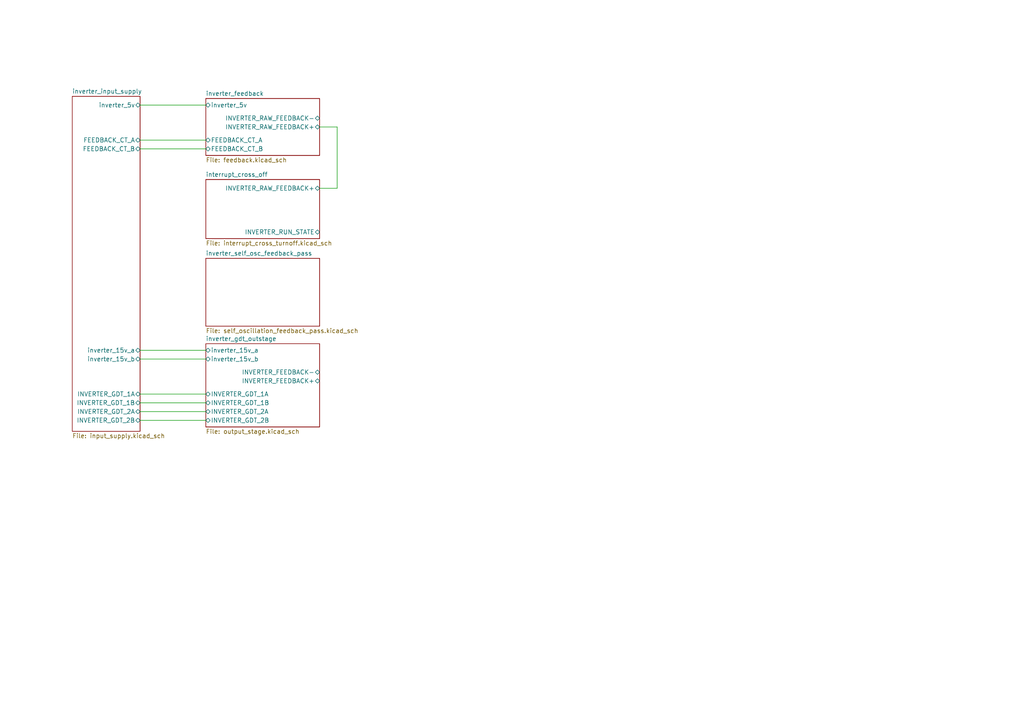
<source format=kicad_sch>
(kicad_sch
	(version 20250114)
	(generator "eeschema")
	(generator_version "9.0")
	(uuid "330b4906-3fe3-4460-81da-817e7684a080")
	(paper "A4")
	(lib_symbols)
	(wire
		(pts
			(xy 40.64 40.64) (xy 59.69 40.64)
		)
		(stroke
			(width 0)
			(type default)
		)
		(uuid "071c84ff-cf9f-4263-8ab3-c651b19371f9")
	)
	(wire
		(pts
			(xy 92.71 36.83) (xy 97.79 36.83)
		)
		(stroke
			(width 0)
			(type default)
		)
		(uuid "073445f4-426d-40a0-bef3-efb85baf6cbe")
	)
	(wire
		(pts
			(xy 40.64 101.6) (xy 59.69 101.6)
		)
		(stroke
			(width 0)
			(type default)
		)
		(uuid "122a70a5-dfed-4b73-9a42-56e6041df306")
	)
	(wire
		(pts
			(xy 40.64 43.18) (xy 59.69 43.18)
		)
		(stroke
			(width 0)
			(type default)
		)
		(uuid "1632fb3a-41e5-44c8-a374-9ae685241f6b")
	)
	(wire
		(pts
			(xy 40.64 119.38) (xy 59.69 119.38)
		)
		(stroke
			(width 0)
			(type default)
		)
		(uuid "219fe474-809f-41c9-9b48-1a17c314b0ae")
	)
	(wire
		(pts
			(xy 40.64 104.14) (xy 59.69 104.14)
		)
		(stroke
			(width 0)
			(type default)
		)
		(uuid "275da5f6-a7b0-4c3e-8a87-c467effdcbe5")
	)
	(wire
		(pts
			(xy 97.79 54.61) (xy 92.71 54.61)
		)
		(stroke
			(width 0)
			(type default)
		)
		(uuid "59e12086-0412-4e8e-93ab-1049d4315839")
	)
	(wire
		(pts
			(xy 40.64 30.48) (xy 59.69 30.48)
		)
		(stroke
			(width 0)
			(type default)
		)
		(uuid "a257af7d-792a-433f-b780-6a9eea4a736d")
	)
	(wire
		(pts
			(xy 40.64 116.84) (xy 59.69 116.84)
		)
		(stroke
			(width 0)
			(type default)
		)
		(uuid "b305229c-d76a-43b3-b19e-8ccdfeaad6bb")
	)
	(wire
		(pts
			(xy 40.64 121.92) (xy 59.69 121.92)
		)
		(stroke
			(width 0)
			(type default)
		)
		(uuid "d55aa961-4f9c-442a-a7b5-a2abd27ae400")
	)
	(wire
		(pts
			(xy 40.64 114.3) (xy 59.69 114.3)
		)
		(stroke
			(width 0)
			(type default)
		)
		(uuid "d7c23ad4-d201-4515-8816-a30c46ce718e")
	)
	(wire
		(pts
			(xy 97.79 36.83) (xy 97.79 54.61)
		)
		(stroke
			(width 0)
			(type default)
		)
		(uuid "e0a9e531-f59a-40d0-9628-b56dc0c7e611")
	)
	(sheet
		(at 59.69 74.93)
		(size 33.02 19.685)
		(exclude_from_sim no)
		(in_bom yes)
		(on_board yes)
		(dnp no)
		(fields_autoplaced yes)
		(stroke
			(width 0.1524)
			(type solid)
		)
		(fill
			(color 0 0 0 0.0000)
		)
		(uuid "063ba78c-409e-451d-af63-65489b19017a")
		(property "Sheetname" "inverter_self_osc_feedback_pass"
			(at 59.69 74.2184 0)
			(effects
				(font
					(size 1.27 1.27)
				)
				(justify left bottom)
			)
		)
		(property "Sheetfile" "self_oscillation_feedback_pass.kicad_sch"
			(at 59.69 95.1996 0)
			(effects
				(font
					(size 1.27 1.27)
				)
				(justify left top)
			)
		)
		(instances
			(project "hardware"
				(path "/606d342f-174b-4504-b335-50f65aa4e733/31b9362a-87aa-4ca5-9e9f-d5489b7d3e5d"
					(page "15")
				)
			)
		)
	)
	(sheet
		(at 59.69 52.07)
		(size 33.02 17.145)
		(exclude_from_sim no)
		(in_bom yes)
		(on_board yes)
		(dnp no)
		(fields_autoplaced yes)
		(stroke
			(width 0.1524)
			(type solid)
		)
		(fill
			(color 0 0 0 0.0000)
		)
		(uuid "410e9c0f-dfac-4c9e-ab44-6ad5697bd819")
		(property "Sheetname" "interrupt_cross_off"
			(at 59.69 51.3584 0)
			(effects
				(font
					(size 1.27 1.27)
				)
				(justify left bottom)
			)
		)
		(property "Sheetfile" "interrupt_cross_turnoff.kicad_sch"
			(at 59.69 69.7996 0)
			(effects
				(font
					(size 1.27 1.27)
				)
				(justify left top)
			)
		)
		(pin "INVERTER_RAW_FEEDBACK+" bidirectional
			(at 92.71 54.61 0)
			(uuid "fdcb8050-0179-4b57-b467-049c3cd849b8")
			(effects
				(font
					(size 1.27 1.27)
				)
				(justify right)
			)
		)
		(pin "INVERTER_RUN_STATE" bidirectional
			(at 92.71 67.31 0)
			(uuid "94881970-2c95-4871-80f7-b6213006e345")
			(effects
				(font
					(size 1.27 1.27)
				)
				(justify right)
			)
		)
		(instances
			(project "hardware"
				(path "/606d342f-174b-4504-b335-50f65aa4e733/31b9362a-87aa-4ca5-9e9f-d5489b7d3e5d"
					(page "11")
				)
			)
		)
	)
	(sheet
		(at 20.955 27.94)
		(size 19.685 97.155)
		(exclude_from_sim no)
		(in_bom yes)
		(on_board yes)
		(dnp no)
		(fields_autoplaced yes)
		(stroke
			(width 0.1524)
			(type solid)
		)
		(fill
			(color 0 0 0 0.0000)
		)
		(uuid "6885f5aa-6c0c-47d4-a1ee-15be48410dd6")
		(property "Sheetname" "inverter_input_supply"
			(at 20.955 27.2284 0)
			(effects
				(font
					(size 1.27 1.27)
				)
				(justify left bottom)
			)
		)
		(property "Sheetfile" "input_supply.kicad_sch"
			(at 20.955 125.6796 0)
			(effects
				(font
					(size 1.27 1.27)
				)
				(justify left top)
			)
		)
		(pin "FEEDBACK_CT_A" bidirectional
			(at 40.64 40.64 0)
			(uuid "30b692ad-88a7-4791-9d7b-e555f4ddafcb")
			(effects
				(font
					(size 1.27 1.27)
				)
				(justify right)
			)
		)
		(pin "INVERTER_GDT_2A" bidirectional
			(at 40.64 119.38 0)
			(uuid "4e5af1a0-d353-4336-9754-bea704b90194")
			(effects
				(font
					(size 1.27 1.27)
				)
				(justify right)
			)
		)
		(pin "INVERTER_GDT_1B" bidirectional
			(at 40.64 116.84 0)
			(uuid "569481f6-7e3f-4400-8dbb-08c75dbde58b")
			(effects
				(font
					(size 1.27 1.27)
				)
				(justify right)
			)
		)
		(pin "inverter_15v_a" bidirectional
			(at 40.64 101.6 0)
			(uuid "84cee63e-8a5e-45a5-a0a5-5e1038991718")
			(effects
				(font
					(size 1.27 1.27)
				)
				(justify right)
			)
		)
		(pin "INVERTER_GDT_1A" bidirectional
			(at 40.64 114.3 0)
			(uuid "95846573-a3b2-457a-b4fc-c4c068d505e1")
			(effects
				(font
					(size 1.27 1.27)
				)
				(justify right)
			)
		)
		(pin "INVERTER_GDT_2B" bidirectional
			(at 40.64 121.92 0)
			(uuid "e983aa7a-152d-4bd0-a367-9984929c78f2")
			(effects
				(font
					(size 1.27 1.27)
				)
				(justify right)
			)
		)
		(pin "FEEDBACK_CT_B" bidirectional
			(at 40.64 43.18 0)
			(uuid "a641c92d-7618-4eaf-aa8f-75040c7671d8")
			(effects
				(font
					(size 1.27 1.27)
				)
				(justify right)
			)
		)
		(pin "inverter_5v" bidirectional
			(at 40.64 30.48 0)
			(uuid "baf528d3-e4ac-48f8-bfd0-19a04e6c98c9")
			(effects
				(font
					(size 1.27 1.27)
				)
				(justify right)
			)
		)
		(pin "inverter_15v_b" bidirectional
			(at 40.64 104.14 0)
			(uuid "347d20c2-87f4-44d5-bddd-ade46ae515b3")
			(effects
				(font
					(size 1.27 1.27)
				)
				(justify right)
			)
		)
		(instances
			(project "hardware"
				(path "/606d342f-174b-4504-b335-50f65aa4e733/31b9362a-87aa-4ca5-9e9f-d5489b7d3e5d"
					(page "9")
				)
			)
		)
	)
	(sheet
		(at 59.69 99.695)
		(size 33.02 24.13)
		(exclude_from_sim no)
		(in_bom yes)
		(on_board yes)
		(dnp no)
		(fields_autoplaced yes)
		(stroke
			(width 0.1524)
			(type solid)
		)
		(fill
			(color 0 0 0 0.0000)
		)
		(uuid "a4b4d7e4-1905-4659-a585-0a112bd7ab50")
		(property "Sheetname" "inverter_gdt_outstage"
			(at 59.69 98.9834 0)
			(effects
				(font
					(size 1.27 1.27)
				)
				(justify left bottom)
			)
		)
		(property "Sheetfile" "output_stage.kicad_sch"
			(at 59.69 124.4096 0)
			(effects
				(font
					(size 1.27 1.27)
				)
				(justify left top)
			)
		)
		(pin "INVERTER_GDT_1B" bidirectional
			(at 59.69 116.84 180)
			(uuid "30493b7c-0a63-4948-8d3f-78dce1e1973f")
			(effects
				(font
					(size 1.27 1.27)
				)
				(justify left)
			)
		)
		(pin "INVERTER_GDT_1A" bidirectional
			(at 59.69 114.3 180)
			(uuid "8ccb1a16-a51e-444a-a405-e83096b89212")
			(effects
				(font
					(size 1.27 1.27)
				)
				(justify left)
			)
		)
		(pin "inverter_15v_b" bidirectional
			(at 59.69 104.14 180)
			(uuid "2bc58944-7ab3-4445-a887-163b72d2af36")
			(effects
				(font
					(size 1.27 1.27)
				)
				(justify left)
			)
		)
		(pin "inverter_15v_a" bidirectional
			(at 59.69 101.6 180)
			(uuid "5108ceb0-ad67-455c-9d82-4e526d2b81f0")
			(effects
				(font
					(size 1.27 1.27)
				)
				(justify left)
			)
		)
		(pin "INVERTER_GDT_2A" bidirectional
			(at 59.69 119.38 180)
			(uuid "e2b51ddd-af78-48d0-afbf-d274d0d33274")
			(effects
				(font
					(size 1.27 1.27)
				)
				(justify left)
			)
		)
		(pin "INVERTER_GDT_2B" bidirectional
			(at 59.69 121.92 180)
			(uuid "641218da-3f4e-4515-a7fd-fbaf8a74b12e")
			(effects
				(font
					(size 1.27 1.27)
				)
				(justify left)
			)
		)
		(pin "INVERTER_FEEDBACK+" bidirectional
			(at 92.71 110.49 0)
			(uuid "076e8409-a378-4894-af55-a153346ac2a9")
			(effects
				(font
					(size 1.27 1.27)
				)
				(justify right)
			)
		)
		(pin "INVERTER_FEEDBACK-" bidirectional
			(at 92.71 107.95 0)
			(uuid "8fad578e-5b7f-4eb3-97cc-1fe862555a30")
			(effects
				(font
					(size 1.27 1.27)
				)
				(justify right)
			)
		)
		(instances
			(project "hardware"
				(path "/606d342f-174b-4504-b335-50f65aa4e733/31b9362a-87aa-4ca5-9e9f-d5489b7d3e5d"
					(page "12")
				)
			)
		)
	)
	(sheet
		(at 59.69 28.575)
		(size 33.02 16.51)
		(exclude_from_sim no)
		(in_bom yes)
		(on_board yes)
		(dnp no)
		(fields_autoplaced yes)
		(stroke
			(width 0.1524)
			(type solid)
		)
		(fill
			(color 0 0 0 0.0000)
		)
		(uuid "ea4aa7f9-d482-48c2-be71-fb828371d9e3")
		(property "Sheetname" "inverter_feedback"
			(at 59.69 27.8634 0)
			(effects
				(font
					(size 1.27 1.27)
				)
				(justify left bottom)
			)
		)
		(property "Sheetfile" "feedback.kicad_sch"
			(at 59.69 45.6696 0)
			(effects
				(font
					(size 1.27 1.27)
				)
				(justify left top)
			)
		)
		(pin "FEEDBACK_CT_A" bidirectional
			(at 59.69 40.64 180)
			(uuid "2a397310-0cc4-4d3e-b662-010b1152022b")
			(effects
				(font
					(size 1.27 1.27)
				)
				(justify left)
			)
		)
		(pin "inverter_5v" bidirectional
			(at 59.69 30.48 180)
			(uuid "7f0c7e52-2132-4cff-9e58-156a41063bfa")
			(effects
				(font
					(size 1.27 1.27)
				)
				(justify left)
			)
		)
		(pin "INVERTER_RAW_FEEDBACK+" bidirectional
			(at 92.71 36.83 0)
			(uuid "0dd17114-95d6-462b-babc-17becfafcdd0")
			(effects
				(font
					(size 1.27 1.27)
				)
				(justify right)
			)
		)
		(pin "INVERTER_RAW_FEEDBACK-" bidirectional
			(at 92.71 34.29 0)
			(uuid "8b8fc4ff-8217-4529-a666-385f73bc1e7f")
			(effects
				(font
					(size 1.27 1.27)
				)
				(justify right)
			)
		)
		(pin "FEEDBACK_CT_B" bidirectional
			(at 59.69 43.18 180)
			(uuid "7765b6e0-349f-4bab-a962-6a6605cde9b5")
			(effects
				(font
					(size 1.27 1.27)
				)
				(justify left)
			)
		)
		(instances
			(project "hardware"
				(path "/606d342f-174b-4504-b335-50f65aa4e733/31b9362a-87aa-4ca5-9e9f-d5489b7d3e5d"
					(page "10")
				)
			)
		)
	)
)

</source>
